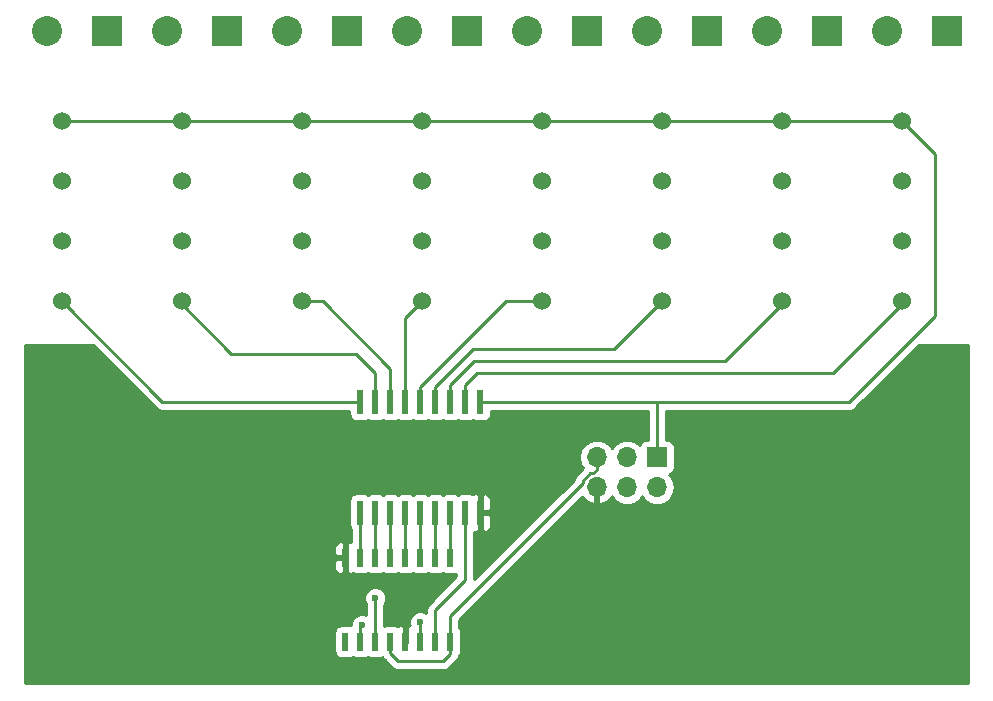
<source format=gtl>
G04 #@! TF.GenerationSoftware,KiCad,Pcbnew,5.0.2-bee76a0~70~ubuntu18.04.1*
G04 #@! TF.CreationDate,2019-03-11T17:23:52+01:00*
G04 #@! TF.ProjectId,8RelaisReed,3852656c-6169-4735-9265-65642e6b6963,rev?*
G04 #@! TF.SameCoordinates,Original*
G04 #@! TF.FileFunction,Copper,L1,Top*
G04 #@! TF.FilePolarity,Positive*
%FSLAX46Y46*%
G04 Gerber Fmt 4.6, Leading zero omitted, Abs format (unit mm)*
G04 Created by KiCad (PCBNEW 5.0.2-bee76a0~70~ubuntu18.04.1) date lun. 11 mars 2019 17:23:52 CET*
%MOMM*%
%LPD*%
G01*
G04 APERTURE LIST*
G04 #@! TA.AperFunction,ComponentPad*
%ADD10R,2.540000X2.540000*%
G04 #@! TD*
G04 #@! TA.AperFunction,ComponentPad*
%ADD11C,2.540000*%
G04 #@! TD*
G04 #@! TA.AperFunction,ComponentPad*
%ADD12C,1.524000*%
G04 #@! TD*
G04 #@! TA.AperFunction,SMDPad,CuDef*
%ADD13R,0.600000X2.000000*%
G04 #@! TD*
G04 #@! TA.AperFunction,SMDPad,CuDef*
%ADD14R,0.600000X1.500000*%
G04 #@! TD*
G04 #@! TA.AperFunction,ComponentPad*
%ADD15R,1.700000X1.700000*%
G04 #@! TD*
G04 #@! TA.AperFunction,ComponentPad*
%ADD16O,1.700000X1.700000*%
G04 #@! TD*
G04 #@! TA.AperFunction,ViaPad*
%ADD17C,0.600000*%
G04 #@! TD*
G04 #@! TA.AperFunction,Conductor*
%ADD18C,0.250000*%
G04 #@! TD*
G04 #@! TA.AperFunction,Conductor*
%ADD19C,0.254000*%
G04 #@! TD*
G04 APERTURE END LIST*
D10*
G04 #@! TO.P,P4,1*
G04 #@! TO.N,Net-(P4-Pad1)*
X146050000Y-69850000D03*
D11*
G04 #@! TO.P,P4,2*
G04 #@! TO.N,Net-(P4-Pad2)*
X140970000Y-69850000D03*
G04 #@! TD*
D10*
G04 #@! TO.P,P5,1*
G04 #@! TO.N,Net-(P5-Pad1)*
X156210000Y-69850000D03*
D11*
G04 #@! TO.P,P5,2*
G04 #@! TO.N,Net-(P5-Pad2)*
X151130000Y-69850000D03*
G04 #@! TD*
D10*
G04 #@! TO.P,P6,1*
G04 #@! TO.N,Net-(P6-Pad1)*
X166370000Y-69850000D03*
D11*
G04 #@! TO.P,P6,2*
G04 #@! TO.N,Net-(P6-Pad2)*
X161290000Y-69850000D03*
G04 #@! TD*
D10*
G04 #@! TO.P,P7,1*
G04 #@! TO.N,Net-(P7-Pad1)*
X176530000Y-69850000D03*
D11*
G04 #@! TO.P,P7,2*
G04 #@! TO.N,Net-(P7-Pad2)*
X171450000Y-69850000D03*
G04 #@! TD*
D10*
G04 #@! TO.P,P8,1*
G04 #@! TO.N,Net-(P8-Pad1)*
X186690000Y-69850000D03*
D11*
G04 #@! TO.P,P8,2*
G04 #@! TO.N,Net-(P8-Pad2)*
X181610000Y-69850000D03*
G04 #@! TD*
D10*
G04 #@! TO.P,P9,1*
G04 #@! TO.N,Net-(P9-Pad1)*
X196850000Y-69850000D03*
D11*
G04 #@! TO.P,P9,2*
G04 #@! TO.N,Net-(P9-Pad2)*
X191770000Y-69850000D03*
G04 #@! TD*
D10*
G04 #@! TO.P,P10,1*
G04 #@! TO.N,Net-(P10-Pad1)*
X207010000Y-69850000D03*
D11*
G04 #@! TO.P,P10,2*
G04 #@! TO.N,Net-(P10-Pad2)*
X201930000Y-69850000D03*
G04 #@! TD*
D10*
G04 #@! TO.P,P11,1*
G04 #@! TO.N,Net-(P11-Pad1)*
X217170000Y-69850000D03*
D11*
G04 #@! TO.P,P11,2*
G04 #@! TO.N,Net-(P11-Pad2)*
X212090000Y-69850000D03*
G04 #@! TD*
D12*
G04 #@! TO.P,R1,1*
G04 #@! TO.N,/S0*
X142240000Y-92710000D03*
G04 #@! TO.P,R1,2*
G04 #@! TO.N,Net-(P4-Pad1)*
X142240000Y-87630000D03*
G04 #@! TO.P,R1,3*
G04 #@! TO.N,Net-(P4-Pad2)*
X142240000Y-82550000D03*
G04 #@! TO.P,R1,4*
G04 #@! TO.N,/5V*
X142240000Y-77470000D03*
G04 #@! TD*
G04 #@! TO.P,R2,1*
G04 #@! TO.N,/S1*
X152400000Y-92710000D03*
G04 #@! TO.P,R2,2*
G04 #@! TO.N,Net-(P5-Pad1)*
X152400000Y-87630000D03*
G04 #@! TO.P,R2,3*
G04 #@! TO.N,Net-(P5-Pad2)*
X152400000Y-82550000D03*
G04 #@! TO.P,R2,4*
G04 #@! TO.N,/5V*
X152400000Y-77470000D03*
G04 #@! TD*
G04 #@! TO.P,R3,1*
G04 #@! TO.N,/S2*
X162560000Y-92710000D03*
G04 #@! TO.P,R3,2*
G04 #@! TO.N,Net-(P6-Pad1)*
X162560000Y-87630000D03*
G04 #@! TO.P,R3,3*
G04 #@! TO.N,Net-(P6-Pad2)*
X162560000Y-82550000D03*
G04 #@! TO.P,R3,4*
G04 #@! TO.N,/5V*
X162560000Y-77470000D03*
G04 #@! TD*
G04 #@! TO.P,R4,1*
G04 #@! TO.N,/S3*
X172720000Y-92710000D03*
G04 #@! TO.P,R4,2*
G04 #@! TO.N,Net-(P7-Pad1)*
X172720000Y-87630000D03*
G04 #@! TO.P,R4,3*
G04 #@! TO.N,Net-(P7-Pad2)*
X172720000Y-82550000D03*
G04 #@! TO.P,R4,4*
G04 #@! TO.N,/5V*
X172720000Y-77470000D03*
G04 #@! TD*
G04 #@! TO.P,R5,1*
G04 #@! TO.N,/S4*
X182880000Y-92710000D03*
G04 #@! TO.P,R5,2*
G04 #@! TO.N,Net-(P8-Pad1)*
X182880000Y-87630000D03*
G04 #@! TO.P,R5,3*
G04 #@! TO.N,Net-(P8-Pad2)*
X182880000Y-82550000D03*
G04 #@! TO.P,R5,4*
G04 #@! TO.N,/5V*
X182880000Y-77470000D03*
G04 #@! TD*
G04 #@! TO.P,R6,1*
G04 #@! TO.N,/S5*
X193040000Y-92710000D03*
G04 #@! TO.P,R6,2*
G04 #@! TO.N,Net-(P9-Pad1)*
X193040000Y-87630000D03*
G04 #@! TO.P,R6,3*
G04 #@! TO.N,Net-(P9-Pad2)*
X193040000Y-82550000D03*
G04 #@! TO.P,R6,4*
G04 #@! TO.N,/5V*
X193040000Y-77470000D03*
G04 #@! TD*
G04 #@! TO.P,R7,1*
G04 #@! TO.N,/S6*
X203200000Y-92710000D03*
G04 #@! TO.P,R7,2*
G04 #@! TO.N,Net-(P10-Pad1)*
X203200000Y-87630000D03*
G04 #@! TO.P,R7,3*
G04 #@! TO.N,Net-(P10-Pad2)*
X203200000Y-82550000D03*
G04 #@! TO.P,R7,4*
G04 #@! TO.N,/5V*
X203200000Y-77470000D03*
G04 #@! TD*
G04 #@! TO.P,R8,1*
G04 #@! TO.N,/S7*
X213360000Y-92710000D03*
G04 #@! TO.P,R8,2*
G04 #@! TO.N,Net-(P11-Pad1)*
X213360000Y-87630000D03*
G04 #@! TO.P,R8,3*
G04 #@! TO.N,Net-(P11-Pad2)*
X213360000Y-82550000D03*
G04 #@! TO.P,R8,4*
G04 #@! TO.N,/5V*
X213360000Y-77470000D03*
G04 #@! TD*
D13*
G04 #@! TO.P,U4,1*
G04 #@! TO.N,/O1*
X167513000Y-110619000D03*
G04 #@! TO.P,U4,2*
G04 #@! TO.N,/O2*
X168783000Y-110619000D03*
G04 #@! TO.P,U4,3*
G04 #@! TO.N,/O3*
X170053000Y-110619000D03*
G04 #@! TO.P,U4,4*
G04 #@! TO.N,/O4*
X171323000Y-110619000D03*
G04 #@! TO.P,U4,5*
G04 #@! TO.N,/O5*
X172593000Y-110619000D03*
G04 #@! TO.P,U4,6*
G04 #@! TO.N,/O6*
X173863000Y-110619000D03*
G04 #@! TO.P,U4,7*
G04 #@! TO.N,/O7*
X175133000Y-110619000D03*
G04 #@! TO.P,U4,8*
G04 #@! TO.N,/O8*
X176403000Y-110619000D03*
G04 #@! TO.P,U4,9*
G04 #@! TO.N,/GND*
X177673000Y-110619000D03*
G04 #@! TO.P,U4,10*
G04 #@! TO.N,/5V*
X177673000Y-101219000D03*
G04 #@! TO.P,U4,11*
G04 #@! TO.N,/S7*
X176403000Y-101219000D03*
G04 #@! TO.P,U4,12*
G04 #@! TO.N,/S6*
X175133000Y-101219000D03*
G04 #@! TO.P,U4,13*
G04 #@! TO.N,/S5*
X173863000Y-101219000D03*
G04 #@! TO.P,U4,14*
G04 #@! TO.N,/S4*
X172593000Y-101219000D03*
G04 #@! TO.P,U4,15*
G04 #@! TO.N,/S3*
X171323000Y-101219000D03*
G04 #@! TO.P,U4,16*
G04 #@! TO.N,/S2*
X170053000Y-101219000D03*
G04 #@! TO.P,U4,17*
G04 #@! TO.N,/S1*
X168783000Y-101219000D03*
G04 #@! TO.P,U4,18*
G04 #@! TO.N,/S0*
X167513000Y-101219000D03*
G04 #@! TD*
D14*
G04 #@! TO.P,U3,1*
G04 #@! TO.N,/O7*
X175133000Y-114433000D03*
G04 #@! TO.P,U3,2*
G04 #@! TO.N,/O6*
X173863000Y-114433000D03*
G04 #@! TO.P,U3,3*
G04 #@! TO.N,/O5*
X172593000Y-114433000D03*
G04 #@! TO.P,U3,4*
G04 #@! TO.N,/O4*
X171323000Y-114433000D03*
G04 #@! TO.P,U3,5*
G04 #@! TO.N,/O3*
X170053000Y-114433000D03*
G04 #@! TO.P,U3,6*
G04 #@! TO.N,/O2*
X168783000Y-114433000D03*
G04 #@! TO.P,U3,7*
G04 #@! TO.N,/O1*
X167513000Y-114433000D03*
G04 #@! TO.P,U3,8*
G04 #@! TO.N,/GND*
X166243000Y-114433000D03*
G04 #@! TO.P,U3,9*
G04 #@! TO.N,N/C*
X166243000Y-121533000D03*
G04 #@! TO.P,U3,10*
G04 #@! TO.N,/RCLK*
X167513000Y-121533000D03*
G04 #@! TO.P,U3,11*
G04 #@! TO.N,/SRCLK*
X168783000Y-121533000D03*
G04 #@! TO.P,U3,12*
G04 #@! TO.N,/3V3*
X170053000Y-121533000D03*
G04 #@! TO.P,U3,13*
G04 #@! TO.N,/GND*
X171323000Y-121533000D03*
G04 #@! TO.P,U3,14*
G04 #@! TO.N,/SER*
X172593000Y-121533000D03*
G04 #@! TO.P,U3,15*
G04 #@! TO.N,/O8*
X173863000Y-121533000D03*
G04 #@! TO.P,U3,16*
G04 #@! TO.N,/3V3*
X175133000Y-121533000D03*
G04 #@! TD*
D15*
G04 #@! TO.P,J1,1*
G04 #@! TO.N,/5V*
X192630000Y-105930000D03*
D16*
G04 #@! TO.P,J1,2*
G04 #@! TO.N,/SER*
X192630000Y-108470000D03*
G04 #@! TO.P,J1,3*
G04 #@! TO.N,/SRCLK*
X190090000Y-105930000D03*
G04 #@! TO.P,J1,4*
G04 #@! TO.N,/RCLK*
X190090000Y-108470000D03*
G04 #@! TO.P,J1,5*
G04 #@! TO.N,/3V3*
X187550000Y-105930000D03*
G04 #@! TO.P,J1,6*
G04 #@! TO.N,/GND*
X187550000Y-108470000D03*
G04 #@! TD*
D17*
G04 #@! TO.N,/SRCLK*
X168783000Y-117855988D03*
G04 #@! TO.N,/RCLK*
X167640000Y-120142000D03*
G04 #@! TO.N,/SER*
X172593000Y-119888000D03*
G04 #@! TD*
D18*
G04 #@! TO.N,/3V3*
X170053000Y-122533000D02*
X170053000Y-121533000D01*
X175133000Y-121533000D02*
X175133000Y-122555000D01*
X175133000Y-122555000D02*
X174498000Y-123190000D01*
X174498000Y-123190000D02*
X170710000Y-123190000D01*
X170710000Y-123190000D02*
X170053000Y-122533000D01*
X175133000Y-119380000D02*
X175133000Y-121533000D01*
X187550000Y-106963000D02*
X187218001Y-107294999D01*
X186374999Y-108138001D02*
X175133000Y-119380000D01*
X187550000Y-105930000D02*
X187550000Y-106963000D01*
X186374999Y-107905999D02*
X186374999Y-108138001D01*
X187218001Y-107294999D02*
X186985999Y-107294999D01*
X186985999Y-107294999D02*
X186374999Y-107905999D01*
G04 #@! TO.N,/SRCLK*
X168783000Y-121533000D02*
X168783000Y-117855988D01*
G04 #@! TO.N,/RCLK*
X167513000Y-121533000D02*
X167513000Y-120269000D01*
X167513000Y-120269000D02*
X167640000Y-120142000D01*
G04 #@! TO.N,/SER*
X172593000Y-121533000D02*
X172593000Y-119888000D01*
G04 #@! TO.N,/S0*
X150749000Y-101219000D02*
X142240000Y-92710000D01*
X167513000Y-101219000D02*
X150749000Y-101219000D01*
G04 #@! TO.N,/S1*
X152400000Y-92964000D02*
X152400000Y-92710000D01*
X156591000Y-97155000D02*
X152400000Y-92964000D01*
X168783000Y-101219000D02*
X168783000Y-98806000D01*
X167132000Y-97155000D02*
X156591000Y-97155000D01*
X168783000Y-98806000D02*
X167132000Y-97155000D01*
G04 #@! TO.N,/S2*
X162560000Y-92710000D02*
X164338000Y-92710000D01*
X170053000Y-98425000D02*
X170053000Y-101219000D01*
X164338000Y-92710000D02*
X170053000Y-98425000D01*
G04 #@! TO.N,/S3*
X171323000Y-94107000D02*
X171323000Y-101219000D01*
X172720000Y-92710000D02*
X171323000Y-94107000D01*
G04 #@! TO.N,/S4*
X172593000Y-101219000D02*
X172593000Y-99969000D01*
X179852000Y-92710000D02*
X182880000Y-92710000D01*
X172593000Y-99969000D02*
X179852000Y-92710000D01*
G04 #@! TO.N,/S5*
X188976000Y-96774000D02*
X193040000Y-92710000D01*
X177058000Y-96774000D02*
X188976000Y-96774000D01*
X173863000Y-101219000D02*
X173863000Y-99969000D01*
X173863000Y-99969000D02*
X177058000Y-96774000D01*
G04 #@! TO.N,/S6*
X198374000Y-97790000D02*
X203200000Y-92964000D01*
X177165000Y-97790000D02*
X198374000Y-97790000D01*
X175133000Y-101219000D02*
X175133000Y-99822000D01*
X203200000Y-92964000D02*
X203200000Y-92710000D01*
X175133000Y-99822000D02*
X177165000Y-97790000D01*
G04 #@! TO.N,/S7*
X213360000Y-92964000D02*
X213360000Y-92710000D01*
X207518000Y-98806000D02*
X213360000Y-92964000D01*
X177419000Y-98806000D02*
X207518000Y-98806000D01*
X176403000Y-101219000D02*
X176403000Y-99822000D01*
X176403000Y-99822000D02*
X177419000Y-98806000D01*
G04 #@! TO.N,/5V*
X142240000Y-77470000D02*
X152400000Y-77470000D01*
X153477630Y-77470000D02*
X162560000Y-77470000D01*
X152400000Y-77470000D02*
X153477630Y-77470000D01*
X163637630Y-77470000D02*
X172720000Y-77470000D01*
X162560000Y-77470000D02*
X163637630Y-77470000D01*
X173797630Y-77470000D02*
X182880000Y-77470000D01*
X172720000Y-77470000D02*
X173797630Y-77470000D01*
X183957630Y-77470000D02*
X193040000Y-77470000D01*
X182880000Y-77470000D02*
X183957630Y-77470000D01*
X193040000Y-77470000D02*
X203200000Y-77470000D01*
X203200000Y-77470000D02*
X213360000Y-77470000D01*
X178223000Y-101219000D02*
X177673000Y-101219000D01*
X192630000Y-105930000D02*
X192630000Y-101219000D01*
X192630000Y-101219000D02*
X178223000Y-101219000D01*
X208915000Y-101219000D02*
X192630000Y-101219000D01*
X216154000Y-93980000D02*
X208915000Y-101219000D01*
X213360000Y-77470000D02*
X216154000Y-80264000D01*
X216154000Y-80264000D02*
X216154000Y-93980000D01*
G04 #@! TO.N,/O7*
X175133000Y-114433000D02*
X175133000Y-110619000D01*
G04 #@! TO.N,/O6*
X173863000Y-111869000D02*
X173863000Y-114433000D01*
X173863000Y-110619000D02*
X173863000Y-111869000D01*
G04 #@! TO.N,/O5*
X172593000Y-111869000D02*
X172593000Y-114433000D01*
X172593000Y-110619000D02*
X172593000Y-111869000D01*
G04 #@! TO.N,/O4*
X171323000Y-111869000D02*
X171323000Y-114433000D01*
X171323000Y-110619000D02*
X171323000Y-111869000D01*
G04 #@! TO.N,/O3*
X170053000Y-113433000D02*
X170053000Y-110619000D01*
X170053000Y-114433000D02*
X170053000Y-113433000D01*
G04 #@! TO.N,/O2*
X168783000Y-113433000D02*
X168783000Y-110619000D01*
X168783000Y-114433000D02*
X168783000Y-113433000D01*
G04 #@! TO.N,/O1*
X167513000Y-113433000D02*
X167513000Y-110619000D01*
X167513000Y-114433000D02*
X167513000Y-113433000D01*
G04 #@! TO.N,/O8*
X176403000Y-110619000D02*
X176403000Y-116332000D01*
X173863000Y-118872000D02*
X173863000Y-121533000D01*
X176403000Y-116332000D02*
X173863000Y-118872000D01*
G04 #@! TD*
D19*
G04 #@! TO.N,/GND*
G36*
X150158671Y-101703473D02*
X150201071Y-101766929D01*
X150452463Y-101934904D01*
X150674148Y-101979000D01*
X150674152Y-101979000D01*
X150748999Y-101993888D01*
X150823846Y-101979000D01*
X166565560Y-101979000D01*
X166565560Y-102219000D01*
X166614843Y-102466765D01*
X166755191Y-102676809D01*
X166965235Y-102817157D01*
X167213000Y-102866440D01*
X167813000Y-102866440D01*
X168060765Y-102817157D01*
X168148000Y-102758868D01*
X168235235Y-102817157D01*
X168483000Y-102866440D01*
X169083000Y-102866440D01*
X169330765Y-102817157D01*
X169418000Y-102758868D01*
X169505235Y-102817157D01*
X169753000Y-102866440D01*
X170353000Y-102866440D01*
X170600765Y-102817157D01*
X170688000Y-102758868D01*
X170775235Y-102817157D01*
X171023000Y-102866440D01*
X171623000Y-102866440D01*
X171870765Y-102817157D01*
X171958000Y-102758868D01*
X172045235Y-102817157D01*
X172293000Y-102866440D01*
X172893000Y-102866440D01*
X173140765Y-102817157D01*
X173228000Y-102758868D01*
X173315235Y-102817157D01*
X173563000Y-102866440D01*
X174163000Y-102866440D01*
X174410765Y-102817157D01*
X174498000Y-102758868D01*
X174585235Y-102817157D01*
X174833000Y-102866440D01*
X175433000Y-102866440D01*
X175680765Y-102817157D01*
X175768000Y-102758868D01*
X175855235Y-102817157D01*
X176103000Y-102866440D01*
X176703000Y-102866440D01*
X176950765Y-102817157D01*
X177038000Y-102758868D01*
X177125235Y-102817157D01*
X177373000Y-102866440D01*
X177973000Y-102866440D01*
X178220765Y-102817157D01*
X178430809Y-102676809D01*
X178571157Y-102466765D01*
X178620440Y-102219000D01*
X178620440Y-101979000D01*
X191870001Y-101979000D01*
X191870000Y-104432560D01*
X191780000Y-104432560D01*
X191532235Y-104481843D01*
X191322191Y-104622191D01*
X191181843Y-104832235D01*
X191172816Y-104877619D01*
X191160625Y-104859375D01*
X190669418Y-104531161D01*
X190236256Y-104445000D01*
X189943744Y-104445000D01*
X189510582Y-104531161D01*
X189019375Y-104859375D01*
X188820000Y-105157761D01*
X188620625Y-104859375D01*
X188129418Y-104531161D01*
X187696256Y-104445000D01*
X187403744Y-104445000D01*
X186970582Y-104531161D01*
X186479375Y-104859375D01*
X186151161Y-105350582D01*
X186035908Y-105930000D01*
X186151161Y-106509418D01*
X186369704Y-106836491D01*
X185890528Y-107315669D01*
X185827070Y-107358070D01*
X185659095Y-107609463D01*
X185616973Y-107821224D01*
X177165994Y-116272205D01*
X177163000Y-116257154D01*
X177163000Y-112219334D01*
X177246690Y-112254000D01*
X177387250Y-112254000D01*
X177546000Y-112095250D01*
X177546000Y-110746000D01*
X177800000Y-110746000D01*
X177800000Y-112095250D01*
X177958750Y-112254000D01*
X178099310Y-112254000D01*
X178332699Y-112157327D01*
X178511327Y-111978698D01*
X178608000Y-111745309D01*
X178608000Y-110904750D01*
X178449250Y-110746000D01*
X177800000Y-110746000D01*
X177546000Y-110746000D01*
X177526000Y-110746000D01*
X177526000Y-110492000D01*
X177546000Y-110492000D01*
X177546000Y-109142750D01*
X177800000Y-109142750D01*
X177800000Y-110492000D01*
X178449250Y-110492000D01*
X178608000Y-110333250D01*
X178608000Y-109492691D01*
X178511327Y-109259302D01*
X178332699Y-109080673D01*
X178099310Y-108984000D01*
X177958750Y-108984000D01*
X177800000Y-109142750D01*
X177546000Y-109142750D01*
X177387250Y-108984000D01*
X177246690Y-108984000D01*
X177029972Y-109073768D01*
X176950765Y-109020843D01*
X176703000Y-108971560D01*
X176103000Y-108971560D01*
X175855235Y-109020843D01*
X175768000Y-109079132D01*
X175680765Y-109020843D01*
X175433000Y-108971560D01*
X174833000Y-108971560D01*
X174585235Y-109020843D01*
X174498000Y-109079132D01*
X174410765Y-109020843D01*
X174163000Y-108971560D01*
X173563000Y-108971560D01*
X173315235Y-109020843D01*
X173228000Y-109079132D01*
X173140765Y-109020843D01*
X172893000Y-108971560D01*
X172293000Y-108971560D01*
X172045235Y-109020843D01*
X171958000Y-109079132D01*
X171870765Y-109020843D01*
X171623000Y-108971560D01*
X171023000Y-108971560D01*
X170775235Y-109020843D01*
X170688000Y-109079132D01*
X170600765Y-109020843D01*
X170353000Y-108971560D01*
X169753000Y-108971560D01*
X169505235Y-109020843D01*
X169418000Y-109079132D01*
X169330765Y-109020843D01*
X169083000Y-108971560D01*
X168483000Y-108971560D01*
X168235235Y-109020843D01*
X168148000Y-109079132D01*
X168060765Y-109020843D01*
X167813000Y-108971560D01*
X167213000Y-108971560D01*
X166965235Y-109020843D01*
X166755191Y-109161191D01*
X166614843Y-109371235D01*
X166565560Y-109619000D01*
X166565560Y-111619000D01*
X166614843Y-111866765D01*
X166753000Y-112073531D01*
X166753000Y-113082666D01*
X166669310Y-113048000D01*
X166528750Y-113048000D01*
X166370000Y-113206750D01*
X166370000Y-114306000D01*
X166390000Y-114306000D01*
X166390000Y-114560000D01*
X166370000Y-114560000D01*
X166370000Y-115659250D01*
X166528750Y-115818000D01*
X166669310Y-115818000D01*
X166886028Y-115728232D01*
X166965235Y-115781157D01*
X167213000Y-115830440D01*
X167813000Y-115830440D01*
X168060765Y-115781157D01*
X168148000Y-115722868D01*
X168235235Y-115781157D01*
X168483000Y-115830440D01*
X169083000Y-115830440D01*
X169330765Y-115781157D01*
X169418000Y-115722868D01*
X169505235Y-115781157D01*
X169753000Y-115830440D01*
X170353000Y-115830440D01*
X170600765Y-115781157D01*
X170688000Y-115722868D01*
X170775235Y-115781157D01*
X171023000Y-115830440D01*
X171623000Y-115830440D01*
X171870765Y-115781157D01*
X171958000Y-115722868D01*
X172045235Y-115781157D01*
X172293000Y-115830440D01*
X172893000Y-115830440D01*
X173140765Y-115781157D01*
X173228000Y-115722868D01*
X173315235Y-115781157D01*
X173563000Y-115830440D01*
X174163000Y-115830440D01*
X174410765Y-115781157D01*
X174498000Y-115722868D01*
X174585235Y-115781157D01*
X174833000Y-115830440D01*
X175433000Y-115830440D01*
X175643001Y-115788669D01*
X175643001Y-116017196D01*
X173378530Y-118281669D01*
X173315071Y-118324071D01*
X173147096Y-118575464D01*
X173103000Y-118797149D01*
X173103000Y-118797153D01*
X173088112Y-118872000D01*
X173103000Y-118946847D01*
X173103000Y-119087212D01*
X172778983Y-118953000D01*
X172407017Y-118953000D01*
X172063365Y-119095345D01*
X171800345Y-119358365D01*
X171658000Y-119702017D01*
X171658000Y-120073983D01*
X171688659Y-120148000D01*
X171608750Y-120148000D01*
X171450000Y-120306750D01*
X171450000Y-121406000D01*
X171470000Y-121406000D01*
X171470000Y-121660000D01*
X171450000Y-121660000D01*
X171450000Y-121680000D01*
X171196000Y-121680000D01*
X171196000Y-121660000D01*
X171176000Y-121660000D01*
X171176000Y-121406000D01*
X171196000Y-121406000D01*
X171196000Y-120306750D01*
X171037250Y-120148000D01*
X170896690Y-120148000D01*
X170679972Y-120237768D01*
X170600765Y-120184843D01*
X170353000Y-120135560D01*
X169753000Y-120135560D01*
X169543000Y-120177331D01*
X169543000Y-118418278D01*
X169575655Y-118385623D01*
X169718000Y-118041971D01*
X169718000Y-117670005D01*
X169575655Y-117326353D01*
X169312635Y-117063333D01*
X168968983Y-116920988D01*
X168597017Y-116920988D01*
X168253365Y-117063333D01*
X167990345Y-117326353D01*
X167848000Y-117670005D01*
X167848000Y-118041971D01*
X167990345Y-118385623D01*
X168023001Y-118418279D01*
X168023001Y-119288607D01*
X167825983Y-119207000D01*
X167454017Y-119207000D01*
X167110365Y-119349345D01*
X166847345Y-119612365D01*
X166705000Y-119956017D01*
X166705000Y-120167783D01*
X166543000Y-120135560D01*
X165943000Y-120135560D01*
X165695235Y-120184843D01*
X165485191Y-120325191D01*
X165344843Y-120535235D01*
X165295560Y-120783000D01*
X165295560Y-122283000D01*
X165344843Y-122530765D01*
X165485191Y-122740809D01*
X165695235Y-122881157D01*
X165943000Y-122930440D01*
X166543000Y-122930440D01*
X166790765Y-122881157D01*
X166878000Y-122822868D01*
X166965235Y-122881157D01*
X167213000Y-122930440D01*
X167813000Y-122930440D01*
X168060765Y-122881157D01*
X168148000Y-122822868D01*
X168235235Y-122881157D01*
X168483000Y-122930440D01*
X169083000Y-122930440D01*
X169330765Y-122881157D01*
X169358988Y-122862299D01*
X169505071Y-123080929D01*
X169568529Y-123123330D01*
X170119672Y-123674475D01*
X170162071Y-123737929D01*
X170225524Y-123780327D01*
X170225526Y-123780329D01*
X170350902Y-123864102D01*
X170413463Y-123905904D01*
X170635148Y-123950000D01*
X170635152Y-123950000D01*
X170709999Y-123964888D01*
X170784846Y-123950000D01*
X174423153Y-123950000D01*
X174498000Y-123964888D01*
X174572847Y-123950000D01*
X174572852Y-123950000D01*
X174794537Y-123905904D01*
X175045929Y-123737929D01*
X175088331Y-123674470D01*
X175617473Y-123145329D01*
X175680929Y-123102929D01*
X175848904Y-122851537D01*
X175867882Y-122756128D01*
X175890809Y-122740809D01*
X176031157Y-122530765D01*
X176080440Y-122283000D01*
X176080440Y-120783000D01*
X176031157Y-120535235D01*
X175893000Y-120328470D01*
X175893000Y-119694801D01*
X186316991Y-109270812D01*
X186354817Y-109351358D01*
X186783076Y-109741645D01*
X187193110Y-109911476D01*
X187423000Y-109790155D01*
X187423000Y-108597000D01*
X187403000Y-108597000D01*
X187403000Y-108343000D01*
X187423000Y-108343000D01*
X187423000Y-108323000D01*
X187677000Y-108323000D01*
X187677000Y-108343000D01*
X187697000Y-108343000D01*
X187697000Y-108597000D01*
X187677000Y-108597000D01*
X187677000Y-109790155D01*
X187906890Y-109911476D01*
X188316924Y-109741645D01*
X188745183Y-109351358D01*
X188806157Y-109221522D01*
X189019375Y-109540625D01*
X189510582Y-109868839D01*
X189943744Y-109955000D01*
X190236256Y-109955000D01*
X190669418Y-109868839D01*
X191160625Y-109540625D01*
X191360000Y-109242239D01*
X191559375Y-109540625D01*
X192050582Y-109868839D01*
X192483744Y-109955000D01*
X192776256Y-109955000D01*
X193209418Y-109868839D01*
X193700625Y-109540625D01*
X194028839Y-109049418D01*
X194144092Y-108470000D01*
X194028839Y-107890582D01*
X193700625Y-107399375D01*
X193682381Y-107387184D01*
X193727765Y-107378157D01*
X193937809Y-107237809D01*
X194078157Y-107027765D01*
X194127440Y-106780000D01*
X194127440Y-105080000D01*
X194078157Y-104832235D01*
X193937809Y-104622191D01*
X193727765Y-104481843D01*
X193480000Y-104432560D01*
X193390000Y-104432560D01*
X193390000Y-101979000D01*
X208840153Y-101979000D01*
X208915000Y-101993888D01*
X208989847Y-101979000D01*
X208989852Y-101979000D01*
X209211537Y-101934904D01*
X209462929Y-101766929D01*
X209505331Y-101703470D01*
X214815802Y-96393000D01*
X219000001Y-96393000D01*
X219000001Y-125020000D01*
X139140000Y-125020000D01*
X139140000Y-114718750D01*
X165308000Y-114718750D01*
X165308000Y-115309309D01*
X165404673Y-115542698D01*
X165583301Y-115721327D01*
X165816690Y-115818000D01*
X165957250Y-115818000D01*
X166116000Y-115659250D01*
X166116000Y-114560000D01*
X165466750Y-114560000D01*
X165308000Y-114718750D01*
X139140000Y-114718750D01*
X139140000Y-113556691D01*
X165308000Y-113556691D01*
X165308000Y-114147250D01*
X165466750Y-114306000D01*
X166116000Y-114306000D01*
X166116000Y-113206750D01*
X165957250Y-113048000D01*
X165816690Y-113048000D01*
X165583301Y-113144673D01*
X165404673Y-113323302D01*
X165308000Y-113556691D01*
X139140000Y-113556691D01*
X139140000Y-96393000D01*
X144848199Y-96393000D01*
X150158671Y-101703473D01*
X150158671Y-101703473D01*
G37*
X150158671Y-101703473D02*
X150201071Y-101766929D01*
X150452463Y-101934904D01*
X150674148Y-101979000D01*
X150674152Y-101979000D01*
X150748999Y-101993888D01*
X150823846Y-101979000D01*
X166565560Y-101979000D01*
X166565560Y-102219000D01*
X166614843Y-102466765D01*
X166755191Y-102676809D01*
X166965235Y-102817157D01*
X167213000Y-102866440D01*
X167813000Y-102866440D01*
X168060765Y-102817157D01*
X168148000Y-102758868D01*
X168235235Y-102817157D01*
X168483000Y-102866440D01*
X169083000Y-102866440D01*
X169330765Y-102817157D01*
X169418000Y-102758868D01*
X169505235Y-102817157D01*
X169753000Y-102866440D01*
X170353000Y-102866440D01*
X170600765Y-102817157D01*
X170688000Y-102758868D01*
X170775235Y-102817157D01*
X171023000Y-102866440D01*
X171623000Y-102866440D01*
X171870765Y-102817157D01*
X171958000Y-102758868D01*
X172045235Y-102817157D01*
X172293000Y-102866440D01*
X172893000Y-102866440D01*
X173140765Y-102817157D01*
X173228000Y-102758868D01*
X173315235Y-102817157D01*
X173563000Y-102866440D01*
X174163000Y-102866440D01*
X174410765Y-102817157D01*
X174498000Y-102758868D01*
X174585235Y-102817157D01*
X174833000Y-102866440D01*
X175433000Y-102866440D01*
X175680765Y-102817157D01*
X175768000Y-102758868D01*
X175855235Y-102817157D01*
X176103000Y-102866440D01*
X176703000Y-102866440D01*
X176950765Y-102817157D01*
X177038000Y-102758868D01*
X177125235Y-102817157D01*
X177373000Y-102866440D01*
X177973000Y-102866440D01*
X178220765Y-102817157D01*
X178430809Y-102676809D01*
X178571157Y-102466765D01*
X178620440Y-102219000D01*
X178620440Y-101979000D01*
X191870001Y-101979000D01*
X191870000Y-104432560D01*
X191780000Y-104432560D01*
X191532235Y-104481843D01*
X191322191Y-104622191D01*
X191181843Y-104832235D01*
X191172816Y-104877619D01*
X191160625Y-104859375D01*
X190669418Y-104531161D01*
X190236256Y-104445000D01*
X189943744Y-104445000D01*
X189510582Y-104531161D01*
X189019375Y-104859375D01*
X188820000Y-105157761D01*
X188620625Y-104859375D01*
X188129418Y-104531161D01*
X187696256Y-104445000D01*
X187403744Y-104445000D01*
X186970582Y-104531161D01*
X186479375Y-104859375D01*
X186151161Y-105350582D01*
X186035908Y-105930000D01*
X186151161Y-106509418D01*
X186369704Y-106836491D01*
X185890528Y-107315669D01*
X185827070Y-107358070D01*
X185659095Y-107609463D01*
X185616973Y-107821224D01*
X177165994Y-116272205D01*
X177163000Y-116257154D01*
X177163000Y-112219334D01*
X177246690Y-112254000D01*
X177387250Y-112254000D01*
X177546000Y-112095250D01*
X177546000Y-110746000D01*
X177800000Y-110746000D01*
X177800000Y-112095250D01*
X177958750Y-112254000D01*
X178099310Y-112254000D01*
X178332699Y-112157327D01*
X178511327Y-111978698D01*
X178608000Y-111745309D01*
X178608000Y-110904750D01*
X178449250Y-110746000D01*
X177800000Y-110746000D01*
X177546000Y-110746000D01*
X177526000Y-110746000D01*
X177526000Y-110492000D01*
X177546000Y-110492000D01*
X177546000Y-109142750D01*
X177800000Y-109142750D01*
X177800000Y-110492000D01*
X178449250Y-110492000D01*
X178608000Y-110333250D01*
X178608000Y-109492691D01*
X178511327Y-109259302D01*
X178332699Y-109080673D01*
X178099310Y-108984000D01*
X177958750Y-108984000D01*
X177800000Y-109142750D01*
X177546000Y-109142750D01*
X177387250Y-108984000D01*
X177246690Y-108984000D01*
X177029972Y-109073768D01*
X176950765Y-109020843D01*
X176703000Y-108971560D01*
X176103000Y-108971560D01*
X175855235Y-109020843D01*
X175768000Y-109079132D01*
X175680765Y-109020843D01*
X175433000Y-108971560D01*
X174833000Y-108971560D01*
X174585235Y-109020843D01*
X174498000Y-109079132D01*
X174410765Y-109020843D01*
X174163000Y-108971560D01*
X173563000Y-108971560D01*
X173315235Y-109020843D01*
X173228000Y-109079132D01*
X173140765Y-109020843D01*
X172893000Y-108971560D01*
X172293000Y-108971560D01*
X172045235Y-109020843D01*
X171958000Y-109079132D01*
X171870765Y-109020843D01*
X171623000Y-108971560D01*
X171023000Y-108971560D01*
X170775235Y-109020843D01*
X170688000Y-109079132D01*
X170600765Y-109020843D01*
X170353000Y-108971560D01*
X169753000Y-108971560D01*
X169505235Y-109020843D01*
X169418000Y-109079132D01*
X169330765Y-109020843D01*
X169083000Y-108971560D01*
X168483000Y-108971560D01*
X168235235Y-109020843D01*
X168148000Y-109079132D01*
X168060765Y-109020843D01*
X167813000Y-108971560D01*
X167213000Y-108971560D01*
X166965235Y-109020843D01*
X166755191Y-109161191D01*
X166614843Y-109371235D01*
X166565560Y-109619000D01*
X166565560Y-111619000D01*
X166614843Y-111866765D01*
X166753000Y-112073531D01*
X166753000Y-113082666D01*
X166669310Y-113048000D01*
X166528750Y-113048000D01*
X166370000Y-113206750D01*
X166370000Y-114306000D01*
X166390000Y-114306000D01*
X166390000Y-114560000D01*
X166370000Y-114560000D01*
X166370000Y-115659250D01*
X166528750Y-115818000D01*
X166669310Y-115818000D01*
X166886028Y-115728232D01*
X166965235Y-115781157D01*
X167213000Y-115830440D01*
X167813000Y-115830440D01*
X168060765Y-115781157D01*
X168148000Y-115722868D01*
X168235235Y-115781157D01*
X168483000Y-115830440D01*
X169083000Y-115830440D01*
X169330765Y-115781157D01*
X169418000Y-115722868D01*
X169505235Y-115781157D01*
X169753000Y-115830440D01*
X170353000Y-115830440D01*
X170600765Y-115781157D01*
X170688000Y-115722868D01*
X170775235Y-115781157D01*
X171023000Y-115830440D01*
X171623000Y-115830440D01*
X171870765Y-115781157D01*
X171958000Y-115722868D01*
X172045235Y-115781157D01*
X172293000Y-115830440D01*
X172893000Y-115830440D01*
X173140765Y-115781157D01*
X173228000Y-115722868D01*
X173315235Y-115781157D01*
X173563000Y-115830440D01*
X174163000Y-115830440D01*
X174410765Y-115781157D01*
X174498000Y-115722868D01*
X174585235Y-115781157D01*
X174833000Y-115830440D01*
X175433000Y-115830440D01*
X175643001Y-115788669D01*
X175643001Y-116017196D01*
X173378530Y-118281669D01*
X173315071Y-118324071D01*
X173147096Y-118575464D01*
X173103000Y-118797149D01*
X173103000Y-118797153D01*
X173088112Y-118872000D01*
X173103000Y-118946847D01*
X173103000Y-119087212D01*
X172778983Y-118953000D01*
X172407017Y-118953000D01*
X172063365Y-119095345D01*
X171800345Y-119358365D01*
X171658000Y-119702017D01*
X171658000Y-120073983D01*
X171688659Y-120148000D01*
X171608750Y-120148000D01*
X171450000Y-120306750D01*
X171450000Y-121406000D01*
X171470000Y-121406000D01*
X171470000Y-121660000D01*
X171450000Y-121660000D01*
X171450000Y-121680000D01*
X171196000Y-121680000D01*
X171196000Y-121660000D01*
X171176000Y-121660000D01*
X171176000Y-121406000D01*
X171196000Y-121406000D01*
X171196000Y-120306750D01*
X171037250Y-120148000D01*
X170896690Y-120148000D01*
X170679972Y-120237768D01*
X170600765Y-120184843D01*
X170353000Y-120135560D01*
X169753000Y-120135560D01*
X169543000Y-120177331D01*
X169543000Y-118418278D01*
X169575655Y-118385623D01*
X169718000Y-118041971D01*
X169718000Y-117670005D01*
X169575655Y-117326353D01*
X169312635Y-117063333D01*
X168968983Y-116920988D01*
X168597017Y-116920988D01*
X168253365Y-117063333D01*
X167990345Y-117326353D01*
X167848000Y-117670005D01*
X167848000Y-118041971D01*
X167990345Y-118385623D01*
X168023001Y-118418279D01*
X168023001Y-119288607D01*
X167825983Y-119207000D01*
X167454017Y-119207000D01*
X167110365Y-119349345D01*
X166847345Y-119612365D01*
X166705000Y-119956017D01*
X166705000Y-120167783D01*
X166543000Y-120135560D01*
X165943000Y-120135560D01*
X165695235Y-120184843D01*
X165485191Y-120325191D01*
X165344843Y-120535235D01*
X165295560Y-120783000D01*
X165295560Y-122283000D01*
X165344843Y-122530765D01*
X165485191Y-122740809D01*
X165695235Y-122881157D01*
X165943000Y-122930440D01*
X166543000Y-122930440D01*
X166790765Y-122881157D01*
X166878000Y-122822868D01*
X166965235Y-122881157D01*
X167213000Y-122930440D01*
X167813000Y-122930440D01*
X168060765Y-122881157D01*
X168148000Y-122822868D01*
X168235235Y-122881157D01*
X168483000Y-122930440D01*
X169083000Y-122930440D01*
X169330765Y-122881157D01*
X169358988Y-122862299D01*
X169505071Y-123080929D01*
X169568529Y-123123330D01*
X170119672Y-123674475D01*
X170162071Y-123737929D01*
X170225524Y-123780327D01*
X170225526Y-123780329D01*
X170350902Y-123864102D01*
X170413463Y-123905904D01*
X170635148Y-123950000D01*
X170635152Y-123950000D01*
X170709999Y-123964888D01*
X170784846Y-123950000D01*
X174423153Y-123950000D01*
X174498000Y-123964888D01*
X174572847Y-123950000D01*
X174572852Y-123950000D01*
X174794537Y-123905904D01*
X175045929Y-123737929D01*
X175088331Y-123674470D01*
X175617473Y-123145329D01*
X175680929Y-123102929D01*
X175848904Y-122851537D01*
X175867882Y-122756128D01*
X175890809Y-122740809D01*
X176031157Y-122530765D01*
X176080440Y-122283000D01*
X176080440Y-120783000D01*
X176031157Y-120535235D01*
X175893000Y-120328470D01*
X175893000Y-119694801D01*
X186316991Y-109270812D01*
X186354817Y-109351358D01*
X186783076Y-109741645D01*
X187193110Y-109911476D01*
X187423000Y-109790155D01*
X187423000Y-108597000D01*
X187403000Y-108597000D01*
X187403000Y-108343000D01*
X187423000Y-108343000D01*
X187423000Y-108323000D01*
X187677000Y-108323000D01*
X187677000Y-108343000D01*
X187697000Y-108343000D01*
X187697000Y-108597000D01*
X187677000Y-108597000D01*
X187677000Y-109790155D01*
X187906890Y-109911476D01*
X188316924Y-109741645D01*
X188745183Y-109351358D01*
X188806157Y-109221522D01*
X189019375Y-109540625D01*
X189510582Y-109868839D01*
X189943744Y-109955000D01*
X190236256Y-109955000D01*
X190669418Y-109868839D01*
X191160625Y-109540625D01*
X191360000Y-109242239D01*
X191559375Y-109540625D01*
X192050582Y-109868839D01*
X192483744Y-109955000D01*
X192776256Y-109955000D01*
X193209418Y-109868839D01*
X193700625Y-109540625D01*
X194028839Y-109049418D01*
X194144092Y-108470000D01*
X194028839Y-107890582D01*
X193700625Y-107399375D01*
X193682381Y-107387184D01*
X193727765Y-107378157D01*
X193937809Y-107237809D01*
X194078157Y-107027765D01*
X194127440Y-106780000D01*
X194127440Y-105080000D01*
X194078157Y-104832235D01*
X193937809Y-104622191D01*
X193727765Y-104481843D01*
X193480000Y-104432560D01*
X193390000Y-104432560D01*
X193390000Y-101979000D01*
X208840153Y-101979000D01*
X208915000Y-101993888D01*
X208989847Y-101979000D01*
X208989852Y-101979000D01*
X209211537Y-101934904D01*
X209462929Y-101766929D01*
X209505331Y-101703470D01*
X214815802Y-96393000D01*
X219000001Y-96393000D01*
X219000001Y-125020000D01*
X139140000Y-125020000D01*
X139140000Y-114718750D01*
X165308000Y-114718750D01*
X165308000Y-115309309D01*
X165404673Y-115542698D01*
X165583301Y-115721327D01*
X165816690Y-115818000D01*
X165957250Y-115818000D01*
X166116000Y-115659250D01*
X166116000Y-114560000D01*
X165466750Y-114560000D01*
X165308000Y-114718750D01*
X139140000Y-114718750D01*
X139140000Y-113556691D01*
X165308000Y-113556691D01*
X165308000Y-114147250D01*
X165466750Y-114306000D01*
X166116000Y-114306000D01*
X166116000Y-113206750D01*
X165957250Y-113048000D01*
X165816690Y-113048000D01*
X165583301Y-113144673D01*
X165404673Y-113323302D01*
X165308000Y-113556691D01*
X139140000Y-113556691D01*
X139140000Y-96393000D01*
X144848199Y-96393000D01*
X150158671Y-101703473D01*
G04 #@! TD*
M02*

</source>
